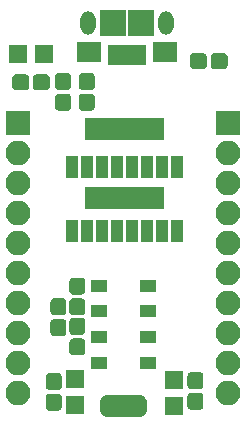
<source format=gbr>
G04 #@! TF.GenerationSoftware,KiCad,Pcbnew,(5.0.0)*
G04 #@! TF.CreationDate,2020-05-05T15:14:54+01:00*
G04 #@! TF.ProjectId,CH552-USB-Devboard,43483535322D5553422D446576626F61,rev?*
G04 #@! TF.SameCoordinates,Original*
G04 #@! TF.FileFunction,Soldermask,Top*
G04 #@! TF.FilePolarity,Negative*
%FSLAX46Y46*%
G04 Gerber Fmt 4.6, Leading zero omitted, Abs format (unit mm)*
G04 Created by KiCad (PCBNEW (5.0.0)) date 05/05/20 15:14:54*
%MOMM*%
%LPD*%
G01*
G04 APERTURE LIST*
%ADD10R,1.450000X1.050000*%
%ADD11R,0.800000X1.750000*%
%ADD12O,1.300000X2.000000*%
%ADD13R,2.000000X1.800000*%
%ADD14R,2.300000X2.300000*%
%ADD15C,0.100000*%
%ADD16C,1.350000*%
%ADD17O,2.100000X2.100000*%
%ADD18R,2.100000X2.100000*%
%ADD19R,1.000000X1.900000*%
%ADD20R,0.850000X1.850000*%
%ADD21C,0.500000*%
%ADD22R,1.400000X1.900000*%
%ADD23R,1.600000X1.600000*%
G04 APERTURE END LIST*
D10*
G04 #@! TO.C,SW2*
X83050000Y-90050000D03*
X87200000Y-90050000D03*
X83050000Y-92200000D03*
X87200000Y-92200000D03*
G04 #@! TD*
G04 #@! TO.C,SW1*
X83000000Y-94400000D03*
X87150000Y-94400000D03*
X83000000Y-96550000D03*
X87150000Y-96550000D03*
G04 #@! TD*
D11*
G04 #@! TO.C,J3*
X85400000Y-70475000D03*
X84750000Y-70475000D03*
X84100000Y-70475000D03*
X86050000Y-70475000D03*
X86700000Y-70475000D03*
D12*
X82100000Y-67800000D03*
X88700000Y-67800000D03*
D13*
X88600000Y-70250000D03*
X82200000Y-70250000D03*
D14*
X86600000Y-67800000D03*
X84200000Y-67800000D03*
G04 #@! TD*
D15*
G04 #@! TO.C,C1*
G36*
X82370581Y-72001625D02*
X82403343Y-72006485D01*
X82435471Y-72014533D01*
X82466656Y-72025691D01*
X82496596Y-72039852D01*
X82525005Y-72056879D01*
X82551608Y-72076609D01*
X82576149Y-72098851D01*
X82598391Y-72123392D01*
X82618121Y-72149995D01*
X82635148Y-72178404D01*
X82649309Y-72208344D01*
X82660467Y-72239529D01*
X82668515Y-72271657D01*
X82673375Y-72304419D01*
X82675000Y-72337500D01*
X82675000Y-73112500D01*
X82673375Y-73145581D01*
X82668515Y-73178343D01*
X82660467Y-73210471D01*
X82649309Y-73241656D01*
X82635148Y-73271596D01*
X82618121Y-73300005D01*
X82598391Y-73326608D01*
X82576149Y-73351149D01*
X82551608Y-73373391D01*
X82525005Y-73393121D01*
X82496596Y-73410148D01*
X82466656Y-73424309D01*
X82435471Y-73435467D01*
X82403343Y-73443515D01*
X82370581Y-73448375D01*
X82337500Y-73450000D01*
X81662500Y-73450000D01*
X81629419Y-73448375D01*
X81596657Y-73443515D01*
X81564529Y-73435467D01*
X81533344Y-73424309D01*
X81503404Y-73410148D01*
X81474995Y-73393121D01*
X81448392Y-73373391D01*
X81423851Y-73351149D01*
X81401609Y-73326608D01*
X81381879Y-73300005D01*
X81364852Y-73271596D01*
X81350691Y-73241656D01*
X81339533Y-73210471D01*
X81331485Y-73178343D01*
X81326625Y-73145581D01*
X81325000Y-73112500D01*
X81325000Y-72337500D01*
X81326625Y-72304419D01*
X81331485Y-72271657D01*
X81339533Y-72239529D01*
X81350691Y-72208344D01*
X81364852Y-72178404D01*
X81381879Y-72149995D01*
X81401609Y-72123392D01*
X81423851Y-72098851D01*
X81448392Y-72076609D01*
X81474995Y-72056879D01*
X81503404Y-72039852D01*
X81533344Y-72025691D01*
X81564529Y-72014533D01*
X81596657Y-72006485D01*
X81629419Y-72001625D01*
X81662500Y-72000000D01*
X82337500Y-72000000D01*
X82370581Y-72001625D01*
X82370581Y-72001625D01*
G37*
D16*
X82000000Y-72725000D03*
D15*
G36*
X82370581Y-73751625D02*
X82403343Y-73756485D01*
X82435471Y-73764533D01*
X82466656Y-73775691D01*
X82496596Y-73789852D01*
X82525005Y-73806879D01*
X82551608Y-73826609D01*
X82576149Y-73848851D01*
X82598391Y-73873392D01*
X82618121Y-73899995D01*
X82635148Y-73928404D01*
X82649309Y-73958344D01*
X82660467Y-73989529D01*
X82668515Y-74021657D01*
X82673375Y-74054419D01*
X82675000Y-74087500D01*
X82675000Y-74862500D01*
X82673375Y-74895581D01*
X82668515Y-74928343D01*
X82660467Y-74960471D01*
X82649309Y-74991656D01*
X82635148Y-75021596D01*
X82618121Y-75050005D01*
X82598391Y-75076608D01*
X82576149Y-75101149D01*
X82551608Y-75123391D01*
X82525005Y-75143121D01*
X82496596Y-75160148D01*
X82466656Y-75174309D01*
X82435471Y-75185467D01*
X82403343Y-75193515D01*
X82370581Y-75198375D01*
X82337500Y-75200000D01*
X81662500Y-75200000D01*
X81629419Y-75198375D01*
X81596657Y-75193515D01*
X81564529Y-75185467D01*
X81533344Y-75174309D01*
X81503404Y-75160148D01*
X81474995Y-75143121D01*
X81448392Y-75123391D01*
X81423851Y-75101149D01*
X81401609Y-75076608D01*
X81381879Y-75050005D01*
X81364852Y-75021596D01*
X81350691Y-74991656D01*
X81339533Y-74960471D01*
X81331485Y-74928343D01*
X81326625Y-74895581D01*
X81325000Y-74862500D01*
X81325000Y-74087500D01*
X81326625Y-74054419D01*
X81331485Y-74021657D01*
X81339533Y-73989529D01*
X81350691Y-73958344D01*
X81364852Y-73928404D01*
X81381879Y-73899995D01*
X81401609Y-73873392D01*
X81423851Y-73848851D01*
X81448392Y-73826609D01*
X81474995Y-73806879D01*
X81503404Y-73789852D01*
X81533344Y-73775691D01*
X81564529Y-73764533D01*
X81596657Y-73756485D01*
X81629419Y-73751625D01*
X81662500Y-73750000D01*
X82337500Y-73750000D01*
X82370581Y-73751625D01*
X82370581Y-73751625D01*
G37*
D16*
X82000000Y-74475000D03*
G04 #@! TD*
D15*
G04 #@! TO.C,C2*
G36*
X80370581Y-73751625D02*
X80403343Y-73756485D01*
X80435471Y-73764533D01*
X80466656Y-73775691D01*
X80496596Y-73789852D01*
X80525005Y-73806879D01*
X80551608Y-73826609D01*
X80576149Y-73848851D01*
X80598391Y-73873392D01*
X80618121Y-73899995D01*
X80635148Y-73928404D01*
X80649309Y-73958344D01*
X80660467Y-73989529D01*
X80668515Y-74021657D01*
X80673375Y-74054419D01*
X80675000Y-74087500D01*
X80675000Y-74862500D01*
X80673375Y-74895581D01*
X80668515Y-74928343D01*
X80660467Y-74960471D01*
X80649309Y-74991656D01*
X80635148Y-75021596D01*
X80618121Y-75050005D01*
X80598391Y-75076608D01*
X80576149Y-75101149D01*
X80551608Y-75123391D01*
X80525005Y-75143121D01*
X80496596Y-75160148D01*
X80466656Y-75174309D01*
X80435471Y-75185467D01*
X80403343Y-75193515D01*
X80370581Y-75198375D01*
X80337500Y-75200000D01*
X79662500Y-75200000D01*
X79629419Y-75198375D01*
X79596657Y-75193515D01*
X79564529Y-75185467D01*
X79533344Y-75174309D01*
X79503404Y-75160148D01*
X79474995Y-75143121D01*
X79448392Y-75123391D01*
X79423851Y-75101149D01*
X79401609Y-75076608D01*
X79381879Y-75050005D01*
X79364852Y-75021596D01*
X79350691Y-74991656D01*
X79339533Y-74960471D01*
X79331485Y-74928343D01*
X79326625Y-74895581D01*
X79325000Y-74862500D01*
X79325000Y-74087500D01*
X79326625Y-74054419D01*
X79331485Y-74021657D01*
X79339533Y-73989529D01*
X79350691Y-73958344D01*
X79364852Y-73928404D01*
X79381879Y-73899995D01*
X79401609Y-73873392D01*
X79423851Y-73848851D01*
X79448392Y-73826609D01*
X79474995Y-73806879D01*
X79503404Y-73789852D01*
X79533344Y-73775691D01*
X79564529Y-73764533D01*
X79596657Y-73756485D01*
X79629419Y-73751625D01*
X79662500Y-73750000D01*
X80337500Y-73750000D01*
X80370581Y-73751625D01*
X80370581Y-73751625D01*
G37*
D16*
X80000000Y-74475000D03*
D15*
G36*
X80370581Y-72001625D02*
X80403343Y-72006485D01*
X80435471Y-72014533D01*
X80466656Y-72025691D01*
X80496596Y-72039852D01*
X80525005Y-72056879D01*
X80551608Y-72076609D01*
X80576149Y-72098851D01*
X80598391Y-72123392D01*
X80618121Y-72149995D01*
X80635148Y-72178404D01*
X80649309Y-72208344D01*
X80660467Y-72239529D01*
X80668515Y-72271657D01*
X80673375Y-72304419D01*
X80675000Y-72337500D01*
X80675000Y-73112500D01*
X80673375Y-73145581D01*
X80668515Y-73178343D01*
X80660467Y-73210471D01*
X80649309Y-73241656D01*
X80635148Y-73271596D01*
X80618121Y-73300005D01*
X80598391Y-73326608D01*
X80576149Y-73351149D01*
X80551608Y-73373391D01*
X80525005Y-73393121D01*
X80496596Y-73410148D01*
X80466656Y-73424309D01*
X80435471Y-73435467D01*
X80403343Y-73443515D01*
X80370581Y-73448375D01*
X80337500Y-73450000D01*
X79662500Y-73450000D01*
X79629419Y-73448375D01*
X79596657Y-73443515D01*
X79564529Y-73435467D01*
X79533344Y-73424309D01*
X79503404Y-73410148D01*
X79474995Y-73393121D01*
X79448392Y-73373391D01*
X79423851Y-73351149D01*
X79401609Y-73326608D01*
X79381879Y-73300005D01*
X79364852Y-73271596D01*
X79350691Y-73241656D01*
X79339533Y-73210471D01*
X79331485Y-73178343D01*
X79326625Y-73145581D01*
X79325000Y-73112500D01*
X79325000Y-72337500D01*
X79326625Y-72304419D01*
X79331485Y-72271657D01*
X79339533Y-72239529D01*
X79350691Y-72208344D01*
X79364852Y-72178404D01*
X79381879Y-72149995D01*
X79401609Y-72123392D01*
X79423851Y-72098851D01*
X79448392Y-72076609D01*
X79474995Y-72056879D01*
X79503404Y-72039852D01*
X79533344Y-72025691D01*
X79564529Y-72014533D01*
X79596657Y-72006485D01*
X79629419Y-72001625D01*
X79662500Y-72000000D01*
X80337500Y-72000000D01*
X80370581Y-72001625D01*
X80370581Y-72001625D01*
G37*
D16*
X80000000Y-72725000D03*
G04 #@! TD*
D15*
G04 #@! TO.C,C3*
G36*
X79970581Y-91076625D02*
X80003343Y-91081485D01*
X80035471Y-91089533D01*
X80066656Y-91100691D01*
X80096596Y-91114852D01*
X80125005Y-91131879D01*
X80151608Y-91151609D01*
X80176149Y-91173851D01*
X80198391Y-91198392D01*
X80218121Y-91224995D01*
X80235148Y-91253404D01*
X80249309Y-91283344D01*
X80260467Y-91314529D01*
X80268515Y-91346657D01*
X80273375Y-91379419D01*
X80275000Y-91412500D01*
X80275000Y-92187500D01*
X80273375Y-92220581D01*
X80268515Y-92253343D01*
X80260467Y-92285471D01*
X80249309Y-92316656D01*
X80235148Y-92346596D01*
X80218121Y-92375005D01*
X80198391Y-92401608D01*
X80176149Y-92426149D01*
X80151608Y-92448391D01*
X80125005Y-92468121D01*
X80096596Y-92485148D01*
X80066656Y-92499309D01*
X80035471Y-92510467D01*
X80003343Y-92518515D01*
X79970581Y-92523375D01*
X79937500Y-92525000D01*
X79262500Y-92525000D01*
X79229419Y-92523375D01*
X79196657Y-92518515D01*
X79164529Y-92510467D01*
X79133344Y-92499309D01*
X79103404Y-92485148D01*
X79074995Y-92468121D01*
X79048392Y-92448391D01*
X79023851Y-92426149D01*
X79001609Y-92401608D01*
X78981879Y-92375005D01*
X78964852Y-92346596D01*
X78950691Y-92316656D01*
X78939533Y-92285471D01*
X78931485Y-92253343D01*
X78926625Y-92220581D01*
X78925000Y-92187500D01*
X78925000Y-91412500D01*
X78926625Y-91379419D01*
X78931485Y-91346657D01*
X78939533Y-91314529D01*
X78950691Y-91283344D01*
X78964852Y-91253404D01*
X78981879Y-91224995D01*
X79001609Y-91198392D01*
X79023851Y-91173851D01*
X79048392Y-91151609D01*
X79074995Y-91131879D01*
X79103404Y-91114852D01*
X79133344Y-91100691D01*
X79164529Y-91089533D01*
X79196657Y-91081485D01*
X79229419Y-91076625D01*
X79262500Y-91075000D01*
X79937500Y-91075000D01*
X79970581Y-91076625D01*
X79970581Y-91076625D01*
G37*
D16*
X79600000Y-91800000D03*
D15*
G36*
X79970581Y-92826625D02*
X80003343Y-92831485D01*
X80035471Y-92839533D01*
X80066656Y-92850691D01*
X80096596Y-92864852D01*
X80125005Y-92881879D01*
X80151608Y-92901609D01*
X80176149Y-92923851D01*
X80198391Y-92948392D01*
X80218121Y-92974995D01*
X80235148Y-93003404D01*
X80249309Y-93033344D01*
X80260467Y-93064529D01*
X80268515Y-93096657D01*
X80273375Y-93129419D01*
X80275000Y-93162500D01*
X80275000Y-93937500D01*
X80273375Y-93970581D01*
X80268515Y-94003343D01*
X80260467Y-94035471D01*
X80249309Y-94066656D01*
X80235148Y-94096596D01*
X80218121Y-94125005D01*
X80198391Y-94151608D01*
X80176149Y-94176149D01*
X80151608Y-94198391D01*
X80125005Y-94218121D01*
X80096596Y-94235148D01*
X80066656Y-94249309D01*
X80035471Y-94260467D01*
X80003343Y-94268515D01*
X79970581Y-94273375D01*
X79937500Y-94275000D01*
X79262500Y-94275000D01*
X79229419Y-94273375D01*
X79196657Y-94268515D01*
X79164529Y-94260467D01*
X79133344Y-94249309D01*
X79103404Y-94235148D01*
X79074995Y-94218121D01*
X79048392Y-94198391D01*
X79023851Y-94176149D01*
X79001609Y-94151608D01*
X78981879Y-94125005D01*
X78964852Y-94096596D01*
X78950691Y-94066656D01*
X78939533Y-94035471D01*
X78931485Y-94003343D01*
X78926625Y-93970581D01*
X78925000Y-93937500D01*
X78925000Y-93162500D01*
X78926625Y-93129419D01*
X78931485Y-93096657D01*
X78939533Y-93064529D01*
X78950691Y-93033344D01*
X78964852Y-93003404D01*
X78981879Y-92974995D01*
X79001609Y-92948392D01*
X79023851Y-92923851D01*
X79048392Y-92901609D01*
X79074995Y-92881879D01*
X79103404Y-92864852D01*
X79133344Y-92850691D01*
X79164529Y-92839533D01*
X79196657Y-92831485D01*
X79229419Y-92826625D01*
X79262500Y-92825000D01*
X79937500Y-92825000D01*
X79970581Y-92826625D01*
X79970581Y-92826625D01*
G37*
D16*
X79600000Y-93550000D03*
G04 #@! TD*
D15*
G04 #@! TO.C,C4*
G36*
X91870581Y-70326625D02*
X91903343Y-70331485D01*
X91935471Y-70339533D01*
X91966656Y-70350691D01*
X91996596Y-70364852D01*
X92025005Y-70381879D01*
X92051608Y-70401609D01*
X92076149Y-70423851D01*
X92098391Y-70448392D01*
X92118121Y-70474995D01*
X92135148Y-70503404D01*
X92149309Y-70533344D01*
X92160467Y-70564529D01*
X92168515Y-70596657D01*
X92173375Y-70629419D01*
X92175000Y-70662500D01*
X92175000Y-71337500D01*
X92173375Y-71370581D01*
X92168515Y-71403343D01*
X92160467Y-71435471D01*
X92149309Y-71466656D01*
X92135148Y-71496596D01*
X92118121Y-71525005D01*
X92098391Y-71551608D01*
X92076149Y-71576149D01*
X92051608Y-71598391D01*
X92025005Y-71618121D01*
X91996596Y-71635148D01*
X91966656Y-71649309D01*
X91935471Y-71660467D01*
X91903343Y-71668515D01*
X91870581Y-71673375D01*
X91837500Y-71675000D01*
X91062500Y-71675000D01*
X91029419Y-71673375D01*
X90996657Y-71668515D01*
X90964529Y-71660467D01*
X90933344Y-71649309D01*
X90903404Y-71635148D01*
X90874995Y-71618121D01*
X90848392Y-71598391D01*
X90823851Y-71576149D01*
X90801609Y-71551608D01*
X90781879Y-71525005D01*
X90764852Y-71496596D01*
X90750691Y-71466656D01*
X90739533Y-71435471D01*
X90731485Y-71403343D01*
X90726625Y-71370581D01*
X90725000Y-71337500D01*
X90725000Y-70662500D01*
X90726625Y-70629419D01*
X90731485Y-70596657D01*
X90739533Y-70564529D01*
X90750691Y-70533344D01*
X90764852Y-70503404D01*
X90781879Y-70474995D01*
X90801609Y-70448392D01*
X90823851Y-70423851D01*
X90848392Y-70401609D01*
X90874995Y-70381879D01*
X90903404Y-70364852D01*
X90933344Y-70350691D01*
X90964529Y-70339533D01*
X90996657Y-70331485D01*
X91029419Y-70326625D01*
X91062500Y-70325000D01*
X91837500Y-70325000D01*
X91870581Y-70326625D01*
X91870581Y-70326625D01*
G37*
D16*
X91450000Y-71000000D03*
D15*
G36*
X93620581Y-70326625D02*
X93653343Y-70331485D01*
X93685471Y-70339533D01*
X93716656Y-70350691D01*
X93746596Y-70364852D01*
X93775005Y-70381879D01*
X93801608Y-70401609D01*
X93826149Y-70423851D01*
X93848391Y-70448392D01*
X93868121Y-70474995D01*
X93885148Y-70503404D01*
X93899309Y-70533344D01*
X93910467Y-70564529D01*
X93918515Y-70596657D01*
X93923375Y-70629419D01*
X93925000Y-70662500D01*
X93925000Y-71337500D01*
X93923375Y-71370581D01*
X93918515Y-71403343D01*
X93910467Y-71435471D01*
X93899309Y-71466656D01*
X93885148Y-71496596D01*
X93868121Y-71525005D01*
X93848391Y-71551608D01*
X93826149Y-71576149D01*
X93801608Y-71598391D01*
X93775005Y-71618121D01*
X93746596Y-71635148D01*
X93716656Y-71649309D01*
X93685471Y-71660467D01*
X93653343Y-71668515D01*
X93620581Y-71673375D01*
X93587500Y-71675000D01*
X92812500Y-71675000D01*
X92779419Y-71673375D01*
X92746657Y-71668515D01*
X92714529Y-71660467D01*
X92683344Y-71649309D01*
X92653404Y-71635148D01*
X92624995Y-71618121D01*
X92598392Y-71598391D01*
X92573851Y-71576149D01*
X92551609Y-71551608D01*
X92531879Y-71525005D01*
X92514852Y-71496596D01*
X92500691Y-71466656D01*
X92489533Y-71435471D01*
X92481485Y-71403343D01*
X92476625Y-71370581D01*
X92475000Y-71337500D01*
X92475000Y-70662500D01*
X92476625Y-70629419D01*
X92481485Y-70596657D01*
X92489533Y-70564529D01*
X92500691Y-70533344D01*
X92514852Y-70503404D01*
X92531879Y-70474995D01*
X92551609Y-70448392D01*
X92573851Y-70423851D01*
X92598392Y-70401609D01*
X92624995Y-70381879D01*
X92653404Y-70364852D01*
X92683344Y-70350691D01*
X92714529Y-70339533D01*
X92746657Y-70331485D01*
X92779419Y-70326625D01*
X92812500Y-70325000D01*
X93587500Y-70325000D01*
X93620581Y-70326625D01*
X93620581Y-70326625D01*
G37*
D16*
X93200000Y-71000000D03*
G04 #@! TD*
D17*
G04 #@! TO.C,J1*
X76200000Y-99060000D03*
X76200000Y-96520000D03*
X76200000Y-93980000D03*
X76200000Y-91440000D03*
X76200000Y-88900000D03*
X76200000Y-86360000D03*
X76200000Y-83820000D03*
X76200000Y-81280000D03*
X76200000Y-78740000D03*
D18*
X76200000Y-76200000D03*
G04 #@! TD*
G04 #@! TO.C,J2*
X93980000Y-76200000D03*
D17*
X93980000Y-78740000D03*
X93980000Y-81280000D03*
X93980000Y-83820000D03*
X93980000Y-86360000D03*
X93980000Y-88900000D03*
X93980000Y-91440000D03*
X93980000Y-93980000D03*
X93980000Y-96520000D03*
X93980000Y-99060000D03*
G04 #@! TD*
D19*
G04 #@! TO.C,U2*
X80734192Y-79980020D03*
X82004192Y-79980020D03*
X83274192Y-79980020D03*
X84544192Y-79980020D03*
X85814192Y-79980020D03*
X87084192Y-79980020D03*
X88354192Y-79980020D03*
X89624192Y-79980020D03*
X89624192Y-85380020D03*
X88354192Y-85380020D03*
X87084192Y-85380020D03*
X85814192Y-85380020D03*
X84544192Y-85380020D03*
X83274192Y-85380020D03*
X82004192Y-85380020D03*
X80734192Y-85380020D03*
G04 #@! TD*
D20*
G04 #@! TO.C,U1*
X82254192Y-76730020D03*
X82904192Y-76730020D03*
X83554192Y-76730020D03*
X84204192Y-76730020D03*
X84854192Y-76730020D03*
X85504192Y-76730020D03*
X86154192Y-76730020D03*
X86804192Y-76730020D03*
X87454192Y-76730020D03*
X88104192Y-76730020D03*
X88104192Y-82630020D03*
X87454192Y-82630020D03*
X86804192Y-82630020D03*
X86154192Y-82630020D03*
X85504192Y-82630020D03*
X84854192Y-82630020D03*
X84204192Y-82630020D03*
X83554192Y-82630020D03*
X82904192Y-82630020D03*
X82254192Y-82630020D03*
G04 #@! TD*
D21*
G04 #@! TO.C,JP1*
X86400000Y-100200000D03*
D15*
G36*
X85810982Y-101146157D02*
X85773463Y-101134776D01*
X85738886Y-101116294D01*
X85708579Y-101091421D01*
X85683706Y-101061114D01*
X85665224Y-101026537D01*
X85657174Y-101000000D01*
X85500000Y-101000000D01*
X85460982Y-100996157D01*
X85423463Y-100984776D01*
X85388886Y-100966294D01*
X85358579Y-100941421D01*
X85333706Y-100911114D01*
X85315224Y-100876537D01*
X85303843Y-100839018D01*
X85300000Y-100800000D01*
X85300000Y-100400000D01*
X85303843Y-100360982D01*
X85315224Y-100323463D01*
X85333706Y-100288886D01*
X85358579Y-100258579D01*
X85388886Y-100233706D01*
X85423463Y-100215224D01*
X85460982Y-100203843D01*
X85500000Y-100200000D01*
X85460982Y-100196157D01*
X85423463Y-100184776D01*
X85388886Y-100166294D01*
X85358579Y-100141421D01*
X85333706Y-100111114D01*
X85315224Y-100076537D01*
X85303843Y-100039018D01*
X85300000Y-100000000D01*
X85300000Y-99600000D01*
X85303843Y-99560982D01*
X85315224Y-99523463D01*
X85333706Y-99488886D01*
X85358579Y-99458579D01*
X85388886Y-99433706D01*
X85423463Y-99415224D01*
X85460982Y-99403843D01*
X85500000Y-99400000D01*
X85657174Y-99400000D01*
X85665224Y-99373463D01*
X85683706Y-99338886D01*
X85708579Y-99308579D01*
X85738886Y-99283706D01*
X85773463Y-99265224D01*
X85810982Y-99253843D01*
X85850000Y-99250000D01*
X86400000Y-99250000D01*
X86406112Y-99250602D01*
X86424534Y-99250602D01*
X86444140Y-99251565D01*
X86492971Y-99256375D01*
X86512380Y-99259254D01*
X86560505Y-99268826D01*
X86579548Y-99273596D01*
X86626503Y-99287840D01*
X86644980Y-99294451D01*
X86690313Y-99313228D01*
X86708061Y-99321623D01*
X86751334Y-99344754D01*
X86768162Y-99354840D01*
X86808961Y-99382100D01*
X86824730Y-99393795D01*
X86862659Y-99424923D01*
X86877200Y-99438103D01*
X86911897Y-99472800D01*
X86925077Y-99487341D01*
X86956205Y-99525270D01*
X86967900Y-99541039D01*
X86995160Y-99581838D01*
X87005246Y-99598666D01*
X87028377Y-99641939D01*
X87036772Y-99659687D01*
X87055549Y-99705020D01*
X87062160Y-99723497D01*
X87076404Y-99770452D01*
X87081174Y-99789495D01*
X87090746Y-99837620D01*
X87093625Y-99857029D01*
X87098435Y-99905860D01*
X87099398Y-99925466D01*
X87099398Y-99943888D01*
X87100000Y-99950000D01*
X87100000Y-100450000D01*
X87099398Y-100456112D01*
X87099398Y-100474534D01*
X87098435Y-100494140D01*
X87093625Y-100542971D01*
X87090746Y-100562380D01*
X87081174Y-100610505D01*
X87076404Y-100629548D01*
X87062160Y-100676503D01*
X87055549Y-100694980D01*
X87036772Y-100740313D01*
X87028377Y-100758061D01*
X87005246Y-100801334D01*
X86995160Y-100818162D01*
X86967900Y-100858961D01*
X86956205Y-100874730D01*
X86925077Y-100912659D01*
X86911897Y-100927200D01*
X86877200Y-100961897D01*
X86862659Y-100975077D01*
X86824730Y-101006205D01*
X86808961Y-101017900D01*
X86768162Y-101045160D01*
X86751334Y-101055246D01*
X86708061Y-101078377D01*
X86690313Y-101086772D01*
X86644980Y-101105549D01*
X86626503Y-101112160D01*
X86579548Y-101126404D01*
X86560505Y-101131174D01*
X86512380Y-101140746D01*
X86492971Y-101143625D01*
X86444140Y-101148435D01*
X86424534Y-101149398D01*
X86406112Y-101149398D01*
X86400000Y-101150000D01*
X85850000Y-101150000D01*
X85810982Y-101146157D01*
X85810982Y-101146157D01*
G37*
D21*
X83800000Y-100200000D03*
D15*
G36*
X83793888Y-101149398D02*
X83775466Y-101149398D01*
X83755860Y-101148435D01*
X83707029Y-101143625D01*
X83687620Y-101140746D01*
X83639495Y-101131174D01*
X83620452Y-101126404D01*
X83573497Y-101112160D01*
X83555020Y-101105549D01*
X83509687Y-101086772D01*
X83491939Y-101078377D01*
X83448666Y-101055246D01*
X83431838Y-101045160D01*
X83391039Y-101017900D01*
X83375270Y-101006205D01*
X83337341Y-100975077D01*
X83322800Y-100961897D01*
X83288103Y-100927200D01*
X83274923Y-100912659D01*
X83243795Y-100874730D01*
X83232100Y-100858961D01*
X83204840Y-100818162D01*
X83194754Y-100801334D01*
X83171623Y-100758061D01*
X83163228Y-100740313D01*
X83144451Y-100694980D01*
X83137840Y-100676503D01*
X83123596Y-100629548D01*
X83118826Y-100610505D01*
X83109254Y-100562380D01*
X83106375Y-100542971D01*
X83101565Y-100494140D01*
X83100602Y-100474534D01*
X83100602Y-100456112D01*
X83100000Y-100450000D01*
X83100000Y-99950000D01*
X83100602Y-99943888D01*
X83100602Y-99925466D01*
X83101565Y-99905860D01*
X83106375Y-99857029D01*
X83109254Y-99837620D01*
X83118826Y-99789495D01*
X83123596Y-99770452D01*
X83137840Y-99723497D01*
X83144451Y-99705020D01*
X83163228Y-99659687D01*
X83171623Y-99641939D01*
X83194754Y-99598666D01*
X83204840Y-99581838D01*
X83232100Y-99541039D01*
X83243795Y-99525270D01*
X83274923Y-99487341D01*
X83288103Y-99472800D01*
X83322800Y-99438103D01*
X83337341Y-99424923D01*
X83375270Y-99393795D01*
X83391039Y-99382100D01*
X83431838Y-99354840D01*
X83448666Y-99344754D01*
X83491939Y-99321623D01*
X83509687Y-99313228D01*
X83555020Y-99294451D01*
X83573497Y-99287840D01*
X83620452Y-99273596D01*
X83639495Y-99268826D01*
X83687620Y-99259254D01*
X83707029Y-99256375D01*
X83755860Y-99251565D01*
X83775466Y-99250602D01*
X83793888Y-99250602D01*
X83800000Y-99250000D01*
X84350000Y-99250000D01*
X84389018Y-99253843D01*
X84426537Y-99265224D01*
X84461114Y-99283706D01*
X84491421Y-99308579D01*
X84516294Y-99338886D01*
X84534776Y-99373463D01*
X84546157Y-99410982D01*
X84550000Y-99450000D01*
X84550000Y-100950000D01*
X84546157Y-100989018D01*
X84534776Y-101026537D01*
X84516294Y-101061114D01*
X84491421Y-101091421D01*
X84461114Y-101116294D01*
X84426537Y-101134776D01*
X84389018Y-101146157D01*
X84350000Y-101150000D01*
X83800000Y-101150000D01*
X83793888Y-101149398D01*
X83793888Y-101149398D01*
G37*
D22*
X85100000Y-100200000D03*
G04 #@! TD*
D23*
G04 #@! TO.C,D3*
X78400000Y-70400000D03*
X76200000Y-70400000D03*
G04 #@! TD*
G04 #@! TO.C,D2*
X89400000Y-98000000D03*
X89400000Y-100200000D03*
G04 #@! TD*
G04 #@! TO.C,D1*
X81000000Y-100100000D03*
X81000000Y-97900000D03*
G04 #@! TD*
D15*
G04 #@! TO.C,R4*
G36*
X91570581Y-99076625D02*
X91603343Y-99081485D01*
X91635471Y-99089533D01*
X91666656Y-99100691D01*
X91696596Y-99114852D01*
X91725005Y-99131879D01*
X91751608Y-99151609D01*
X91776149Y-99173851D01*
X91798391Y-99198392D01*
X91818121Y-99224995D01*
X91835148Y-99253404D01*
X91849309Y-99283344D01*
X91860467Y-99314529D01*
X91868515Y-99346657D01*
X91873375Y-99379419D01*
X91875000Y-99412500D01*
X91875000Y-100187500D01*
X91873375Y-100220581D01*
X91868515Y-100253343D01*
X91860467Y-100285471D01*
X91849309Y-100316656D01*
X91835148Y-100346596D01*
X91818121Y-100375005D01*
X91798391Y-100401608D01*
X91776149Y-100426149D01*
X91751608Y-100448391D01*
X91725005Y-100468121D01*
X91696596Y-100485148D01*
X91666656Y-100499309D01*
X91635471Y-100510467D01*
X91603343Y-100518515D01*
X91570581Y-100523375D01*
X91537500Y-100525000D01*
X90862500Y-100525000D01*
X90829419Y-100523375D01*
X90796657Y-100518515D01*
X90764529Y-100510467D01*
X90733344Y-100499309D01*
X90703404Y-100485148D01*
X90674995Y-100468121D01*
X90648392Y-100448391D01*
X90623851Y-100426149D01*
X90601609Y-100401608D01*
X90581879Y-100375005D01*
X90564852Y-100346596D01*
X90550691Y-100316656D01*
X90539533Y-100285471D01*
X90531485Y-100253343D01*
X90526625Y-100220581D01*
X90525000Y-100187500D01*
X90525000Y-99412500D01*
X90526625Y-99379419D01*
X90531485Y-99346657D01*
X90539533Y-99314529D01*
X90550691Y-99283344D01*
X90564852Y-99253404D01*
X90581879Y-99224995D01*
X90601609Y-99198392D01*
X90623851Y-99173851D01*
X90648392Y-99151609D01*
X90674995Y-99131879D01*
X90703404Y-99114852D01*
X90733344Y-99100691D01*
X90764529Y-99089533D01*
X90796657Y-99081485D01*
X90829419Y-99076625D01*
X90862500Y-99075000D01*
X91537500Y-99075000D01*
X91570581Y-99076625D01*
X91570581Y-99076625D01*
G37*
D16*
X91200000Y-99800000D03*
D15*
G36*
X91570581Y-97326625D02*
X91603343Y-97331485D01*
X91635471Y-97339533D01*
X91666656Y-97350691D01*
X91696596Y-97364852D01*
X91725005Y-97381879D01*
X91751608Y-97401609D01*
X91776149Y-97423851D01*
X91798391Y-97448392D01*
X91818121Y-97474995D01*
X91835148Y-97503404D01*
X91849309Y-97533344D01*
X91860467Y-97564529D01*
X91868515Y-97596657D01*
X91873375Y-97629419D01*
X91875000Y-97662500D01*
X91875000Y-98437500D01*
X91873375Y-98470581D01*
X91868515Y-98503343D01*
X91860467Y-98535471D01*
X91849309Y-98566656D01*
X91835148Y-98596596D01*
X91818121Y-98625005D01*
X91798391Y-98651608D01*
X91776149Y-98676149D01*
X91751608Y-98698391D01*
X91725005Y-98718121D01*
X91696596Y-98735148D01*
X91666656Y-98749309D01*
X91635471Y-98760467D01*
X91603343Y-98768515D01*
X91570581Y-98773375D01*
X91537500Y-98775000D01*
X90862500Y-98775000D01*
X90829419Y-98773375D01*
X90796657Y-98768515D01*
X90764529Y-98760467D01*
X90733344Y-98749309D01*
X90703404Y-98735148D01*
X90674995Y-98718121D01*
X90648392Y-98698391D01*
X90623851Y-98676149D01*
X90601609Y-98651608D01*
X90581879Y-98625005D01*
X90564852Y-98596596D01*
X90550691Y-98566656D01*
X90539533Y-98535471D01*
X90531485Y-98503343D01*
X90526625Y-98470581D01*
X90525000Y-98437500D01*
X90525000Y-97662500D01*
X90526625Y-97629419D01*
X90531485Y-97596657D01*
X90539533Y-97564529D01*
X90550691Y-97533344D01*
X90564852Y-97503404D01*
X90581879Y-97474995D01*
X90601609Y-97448392D01*
X90623851Y-97423851D01*
X90648392Y-97401609D01*
X90674995Y-97381879D01*
X90703404Y-97364852D01*
X90733344Y-97350691D01*
X90764529Y-97339533D01*
X90796657Y-97331485D01*
X90829419Y-97326625D01*
X90862500Y-97325000D01*
X91537500Y-97325000D01*
X91570581Y-97326625D01*
X91570581Y-97326625D01*
G37*
D16*
X91200000Y-98050000D03*
G04 #@! TD*
D15*
G04 #@! TO.C,R5*
G36*
X78570581Y-72126625D02*
X78603343Y-72131485D01*
X78635471Y-72139533D01*
X78666656Y-72150691D01*
X78696596Y-72164852D01*
X78725005Y-72181879D01*
X78751608Y-72201609D01*
X78776149Y-72223851D01*
X78798391Y-72248392D01*
X78818121Y-72274995D01*
X78835148Y-72303404D01*
X78849309Y-72333344D01*
X78860467Y-72364529D01*
X78868515Y-72396657D01*
X78873375Y-72429419D01*
X78875000Y-72462500D01*
X78875000Y-73137500D01*
X78873375Y-73170581D01*
X78868515Y-73203343D01*
X78860467Y-73235471D01*
X78849309Y-73266656D01*
X78835148Y-73296596D01*
X78818121Y-73325005D01*
X78798391Y-73351608D01*
X78776149Y-73376149D01*
X78751608Y-73398391D01*
X78725005Y-73418121D01*
X78696596Y-73435148D01*
X78666656Y-73449309D01*
X78635471Y-73460467D01*
X78603343Y-73468515D01*
X78570581Y-73473375D01*
X78537500Y-73475000D01*
X77762500Y-73475000D01*
X77729419Y-73473375D01*
X77696657Y-73468515D01*
X77664529Y-73460467D01*
X77633344Y-73449309D01*
X77603404Y-73435148D01*
X77574995Y-73418121D01*
X77548392Y-73398391D01*
X77523851Y-73376149D01*
X77501609Y-73351608D01*
X77481879Y-73325005D01*
X77464852Y-73296596D01*
X77450691Y-73266656D01*
X77439533Y-73235471D01*
X77431485Y-73203343D01*
X77426625Y-73170581D01*
X77425000Y-73137500D01*
X77425000Y-72462500D01*
X77426625Y-72429419D01*
X77431485Y-72396657D01*
X77439533Y-72364529D01*
X77450691Y-72333344D01*
X77464852Y-72303404D01*
X77481879Y-72274995D01*
X77501609Y-72248392D01*
X77523851Y-72223851D01*
X77548392Y-72201609D01*
X77574995Y-72181879D01*
X77603404Y-72164852D01*
X77633344Y-72150691D01*
X77664529Y-72139533D01*
X77696657Y-72131485D01*
X77729419Y-72126625D01*
X77762500Y-72125000D01*
X78537500Y-72125000D01*
X78570581Y-72126625D01*
X78570581Y-72126625D01*
G37*
D16*
X78150000Y-72800000D03*
D15*
G36*
X76820581Y-72126625D02*
X76853343Y-72131485D01*
X76885471Y-72139533D01*
X76916656Y-72150691D01*
X76946596Y-72164852D01*
X76975005Y-72181879D01*
X77001608Y-72201609D01*
X77026149Y-72223851D01*
X77048391Y-72248392D01*
X77068121Y-72274995D01*
X77085148Y-72303404D01*
X77099309Y-72333344D01*
X77110467Y-72364529D01*
X77118515Y-72396657D01*
X77123375Y-72429419D01*
X77125000Y-72462500D01*
X77125000Y-73137500D01*
X77123375Y-73170581D01*
X77118515Y-73203343D01*
X77110467Y-73235471D01*
X77099309Y-73266656D01*
X77085148Y-73296596D01*
X77068121Y-73325005D01*
X77048391Y-73351608D01*
X77026149Y-73376149D01*
X77001608Y-73398391D01*
X76975005Y-73418121D01*
X76946596Y-73435148D01*
X76916656Y-73449309D01*
X76885471Y-73460467D01*
X76853343Y-73468515D01*
X76820581Y-73473375D01*
X76787500Y-73475000D01*
X76012500Y-73475000D01*
X75979419Y-73473375D01*
X75946657Y-73468515D01*
X75914529Y-73460467D01*
X75883344Y-73449309D01*
X75853404Y-73435148D01*
X75824995Y-73418121D01*
X75798392Y-73398391D01*
X75773851Y-73376149D01*
X75751609Y-73351608D01*
X75731879Y-73325005D01*
X75714852Y-73296596D01*
X75700691Y-73266656D01*
X75689533Y-73235471D01*
X75681485Y-73203343D01*
X75676625Y-73170581D01*
X75675000Y-73137500D01*
X75675000Y-72462500D01*
X75676625Y-72429419D01*
X75681485Y-72396657D01*
X75689533Y-72364529D01*
X75700691Y-72333344D01*
X75714852Y-72303404D01*
X75731879Y-72274995D01*
X75751609Y-72248392D01*
X75773851Y-72223851D01*
X75798392Y-72201609D01*
X75824995Y-72181879D01*
X75853404Y-72164852D01*
X75883344Y-72150691D01*
X75914529Y-72139533D01*
X75946657Y-72131485D01*
X75979419Y-72126625D01*
X76012500Y-72125000D01*
X76787500Y-72125000D01*
X76820581Y-72126625D01*
X76820581Y-72126625D01*
G37*
D16*
X76400000Y-72800000D03*
G04 #@! TD*
D15*
G04 #@! TO.C,R1*
G36*
X81570581Y-94476625D02*
X81603343Y-94481485D01*
X81635471Y-94489533D01*
X81666656Y-94500691D01*
X81696596Y-94514852D01*
X81725005Y-94531879D01*
X81751608Y-94551609D01*
X81776149Y-94573851D01*
X81798391Y-94598392D01*
X81818121Y-94624995D01*
X81835148Y-94653404D01*
X81849309Y-94683344D01*
X81860467Y-94714529D01*
X81868515Y-94746657D01*
X81873375Y-94779419D01*
X81875000Y-94812500D01*
X81875000Y-95587500D01*
X81873375Y-95620581D01*
X81868515Y-95653343D01*
X81860467Y-95685471D01*
X81849309Y-95716656D01*
X81835148Y-95746596D01*
X81818121Y-95775005D01*
X81798391Y-95801608D01*
X81776149Y-95826149D01*
X81751608Y-95848391D01*
X81725005Y-95868121D01*
X81696596Y-95885148D01*
X81666656Y-95899309D01*
X81635471Y-95910467D01*
X81603343Y-95918515D01*
X81570581Y-95923375D01*
X81537500Y-95925000D01*
X80862500Y-95925000D01*
X80829419Y-95923375D01*
X80796657Y-95918515D01*
X80764529Y-95910467D01*
X80733344Y-95899309D01*
X80703404Y-95885148D01*
X80674995Y-95868121D01*
X80648392Y-95848391D01*
X80623851Y-95826149D01*
X80601609Y-95801608D01*
X80581879Y-95775005D01*
X80564852Y-95746596D01*
X80550691Y-95716656D01*
X80539533Y-95685471D01*
X80531485Y-95653343D01*
X80526625Y-95620581D01*
X80525000Y-95587500D01*
X80525000Y-94812500D01*
X80526625Y-94779419D01*
X80531485Y-94746657D01*
X80539533Y-94714529D01*
X80550691Y-94683344D01*
X80564852Y-94653404D01*
X80581879Y-94624995D01*
X80601609Y-94598392D01*
X80623851Y-94573851D01*
X80648392Y-94551609D01*
X80674995Y-94531879D01*
X80703404Y-94514852D01*
X80733344Y-94500691D01*
X80764529Y-94489533D01*
X80796657Y-94481485D01*
X80829419Y-94476625D01*
X80862500Y-94475000D01*
X81537500Y-94475000D01*
X81570581Y-94476625D01*
X81570581Y-94476625D01*
G37*
D16*
X81200000Y-95200000D03*
D15*
G36*
X81570581Y-92726625D02*
X81603343Y-92731485D01*
X81635471Y-92739533D01*
X81666656Y-92750691D01*
X81696596Y-92764852D01*
X81725005Y-92781879D01*
X81751608Y-92801609D01*
X81776149Y-92823851D01*
X81798391Y-92848392D01*
X81818121Y-92874995D01*
X81835148Y-92903404D01*
X81849309Y-92933344D01*
X81860467Y-92964529D01*
X81868515Y-92996657D01*
X81873375Y-93029419D01*
X81875000Y-93062500D01*
X81875000Y-93837500D01*
X81873375Y-93870581D01*
X81868515Y-93903343D01*
X81860467Y-93935471D01*
X81849309Y-93966656D01*
X81835148Y-93996596D01*
X81818121Y-94025005D01*
X81798391Y-94051608D01*
X81776149Y-94076149D01*
X81751608Y-94098391D01*
X81725005Y-94118121D01*
X81696596Y-94135148D01*
X81666656Y-94149309D01*
X81635471Y-94160467D01*
X81603343Y-94168515D01*
X81570581Y-94173375D01*
X81537500Y-94175000D01*
X80862500Y-94175000D01*
X80829419Y-94173375D01*
X80796657Y-94168515D01*
X80764529Y-94160467D01*
X80733344Y-94149309D01*
X80703404Y-94135148D01*
X80674995Y-94118121D01*
X80648392Y-94098391D01*
X80623851Y-94076149D01*
X80601609Y-94051608D01*
X80581879Y-94025005D01*
X80564852Y-93996596D01*
X80550691Y-93966656D01*
X80539533Y-93935471D01*
X80531485Y-93903343D01*
X80526625Y-93870581D01*
X80525000Y-93837500D01*
X80525000Y-93062500D01*
X80526625Y-93029419D01*
X80531485Y-92996657D01*
X80539533Y-92964529D01*
X80550691Y-92933344D01*
X80564852Y-92903404D01*
X80581879Y-92874995D01*
X80601609Y-92848392D01*
X80623851Y-92823851D01*
X80648392Y-92801609D01*
X80674995Y-92781879D01*
X80703404Y-92764852D01*
X80733344Y-92750691D01*
X80764529Y-92739533D01*
X80796657Y-92731485D01*
X80829419Y-92726625D01*
X80862500Y-92725000D01*
X81537500Y-92725000D01*
X81570581Y-92726625D01*
X81570581Y-92726625D01*
G37*
D16*
X81200000Y-93450000D03*
G04 #@! TD*
D15*
G04 #@! TO.C,R2*
G36*
X81570581Y-91076625D02*
X81603343Y-91081485D01*
X81635471Y-91089533D01*
X81666656Y-91100691D01*
X81696596Y-91114852D01*
X81725005Y-91131879D01*
X81751608Y-91151609D01*
X81776149Y-91173851D01*
X81798391Y-91198392D01*
X81818121Y-91224995D01*
X81835148Y-91253404D01*
X81849309Y-91283344D01*
X81860467Y-91314529D01*
X81868515Y-91346657D01*
X81873375Y-91379419D01*
X81875000Y-91412500D01*
X81875000Y-92187500D01*
X81873375Y-92220581D01*
X81868515Y-92253343D01*
X81860467Y-92285471D01*
X81849309Y-92316656D01*
X81835148Y-92346596D01*
X81818121Y-92375005D01*
X81798391Y-92401608D01*
X81776149Y-92426149D01*
X81751608Y-92448391D01*
X81725005Y-92468121D01*
X81696596Y-92485148D01*
X81666656Y-92499309D01*
X81635471Y-92510467D01*
X81603343Y-92518515D01*
X81570581Y-92523375D01*
X81537500Y-92525000D01*
X80862500Y-92525000D01*
X80829419Y-92523375D01*
X80796657Y-92518515D01*
X80764529Y-92510467D01*
X80733344Y-92499309D01*
X80703404Y-92485148D01*
X80674995Y-92468121D01*
X80648392Y-92448391D01*
X80623851Y-92426149D01*
X80601609Y-92401608D01*
X80581879Y-92375005D01*
X80564852Y-92346596D01*
X80550691Y-92316656D01*
X80539533Y-92285471D01*
X80531485Y-92253343D01*
X80526625Y-92220581D01*
X80525000Y-92187500D01*
X80525000Y-91412500D01*
X80526625Y-91379419D01*
X80531485Y-91346657D01*
X80539533Y-91314529D01*
X80550691Y-91283344D01*
X80564852Y-91253404D01*
X80581879Y-91224995D01*
X80601609Y-91198392D01*
X80623851Y-91173851D01*
X80648392Y-91151609D01*
X80674995Y-91131879D01*
X80703404Y-91114852D01*
X80733344Y-91100691D01*
X80764529Y-91089533D01*
X80796657Y-91081485D01*
X80829419Y-91076625D01*
X80862500Y-91075000D01*
X81537500Y-91075000D01*
X81570581Y-91076625D01*
X81570581Y-91076625D01*
G37*
D16*
X81200000Y-91800000D03*
D15*
G36*
X81570581Y-89326625D02*
X81603343Y-89331485D01*
X81635471Y-89339533D01*
X81666656Y-89350691D01*
X81696596Y-89364852D01*
X81725005Y-89381879D01*
X81751608Y-89401609D01*
X81776149Y-89423851D01*
X81798391Y-89448392D01*
X81818121Y-89474995D01*
X81835148Y-89503404D01*
X81849309Y-89533344D01*
X81860467Y-89564529D01*
X81868515Y-89596657D01*
X81873375Y-89629419D01*
X81875000Y-89662500D01*
X81875000Y-90437500D01*
X81873375Y-90470581D01*
X81868515Y-90503343D01*
X81860467Y-90535471D01*
X81849309Y-90566656D01*
X81835148Y-90596596D01*
X81818121Y-90625005D01*
X81798391Y-90651608D01*
X81776149Y-90676149D01*
X81751608Y-90698391D01*
X81725005Y-90718121D01*
X81696596Y-90735148D01*
X81666656Y-90749309D01*
X81635471Y-90760467D01*
X81603343Y-90768515D01*
X81570581Y-90773375D01*
X81537500Y-90775000D01*
X80862500Y-90775000D01*
X80829419Y-90773375D01*
X80796657Y-90768515D01*
X80764529Y-90760467D01*
X80733344Y-90749309D01*
X80703404Y-90735148D01*
X80674995Y-90718121D01*
X80648392Y-90698391D01*
X80623851Y-90676149D01*
X80601609Y-90651608D01*
X80581879Y-90625005D01*
X80564852Y-90596596D01*
X80550691Y-90566656D01*
X80539533Y-90535471D01*
X80531485Y-90503343D01*
X80526625Y-90470581D01*
X80525000Y-90437500D01*
X80525000Y-89662500D01*
X80526625Y-89629419D01*
X80531485Y-89596657D01*
X80539533Y-89564529D01*
X80550691Y-89533344D01*
X80564852Y-89503404D01*
X80581879Y-89474995D01*
X80601609Y-89448392D01*
X80623851Y-89423851D01*
X80648392Y-89401609D01*
X80674995Y-89381879D01*
X80703404Y-89364852D01*
X80733344Y-89350691D01*
X80764529Y-89339533D01*
X80796657Y-89331485D01*
X80829419Y-89326625D01*
X80862500Y-89325000D01*
X81537500Y-89325000D01*
X81570581Y-89326625D01*
X81570581Y-89326625D01*
G37*
D16*
X81200000Y-90050000D03*
G04 #@! TD*
D15*
G04 #@! TO.C,R3*
G36*
X79570581Y-99151625D02*
X79603343Y-99156485D01*
X79635471Y-99164533D01*
X79666656Y-99175691D01*
X79696596Y-99189852D01*
X79725005Y-99206879D01*
X79751608Y-99226609D01*
X79776149Y-99248851D01*
X79798391Y-99273392D01*
X79818121Y-99299995D01*
X79835148Y-99328404D01*
X79849309Y-99358344D01*
X79860467Y-99389529D01*
X79868515Y-99421657D01*
X79873375Y-99454419D01*
X79875000Y-99487500D01*
X79875000Y-100262500D01*
X79873375Y-100295581D01*
X79868515Y-100328343D01*
X79860467Y-100360471D01*
X79849309Y-100391656D01*
X79835148Y-100421596D01*
X79818121Y-100450005D01*
X79798391Y-100476608D01*
X79776149Y-100501149D01*
X79751608Y-100523391D01*
X79725005Y-100543121D01*
X79696596Y-100560148D01*
X79666656Y-100574309D01*
X79635471Y-100585467D01*
X79603343Y-100593515D01*
X79570581Y-100598375D01*
X79537500Y-100600000D01*
X78862500Y-100600000D01*
X78829419Y-100598375D01*
X78796657Y-100593515D01*
X78764529Y-100585467D01*
X78733344Y-100574309D01*
X78703404Y-100560148D01*
X78674995Y-100543121D01*
X78648392Y-100523391D01*
X78623851Y-100501149D01*
X78601609Y-100476608D01*
X78581879Y-100450005D01*
X78564852Y-100421596D01*
X78550691Y-100391656D01*
X78539533Y-100360471D01*
X78531485Y-100328343D01*
X78526625Y-100295581D01*
X78525000Y-100262500D01*
X78525000Y-99487500D01*
X78526625Y-99454419D01*
X78531485Y-99421657D01*
X78539533Y-99389529D01*
X78550691Y-99358344D01*
X78564852Y-99328404D01*
X78581879Y-99299995D01*
X78601609Y-99273392D01*
X78623851Y-99248851D01*
X78648392Y-99226609D01*
X78674995Y-99206879D01*
X78703404Y-99189852D01*
X78733344Y-99175691D01*
X78764529Y-99164533D01*
X78796657Y-99156485D01*
X78829419Y-99151625D01*
X78862500Y-99150000D01*
X79537500Y-99150000D01*
X79570581Y-99151625D01*
X79570581Y-99151625D01*
G37*
D16*
X79200000Y-99875000D03*
D15*
G36*
X79570581Y-97401625D02*
X79603343Y-97406485D01*
X79635471Y-97414533D01*
X79666656Y-97425691D01*
X79696596Y-97439852D01*
X79725005Y-97456879D01*
X79751608Y-97476609D01*
X79776149Y-97498851D01*
X79798391Y-97523392D01*
X79818121Y-97549995D01*
X79835148Y-97578404D01*
X79849309Y-97608344D01*
X79860467Y-97639529D01*
X79868515Y-97671657D01*
X79873375Y-97704419D01*
X79875000Y-97737500D01*
X79875000Y-98512500D01*
X79873375Y-98545581D01*
X79868515Y-98578343D01*
X79860467Y-98610471D01*
X79849309Y-98641656D01*
X79835148Y-98671596D01*
X79818121Y-98700005D01*
X79798391Y-98726608D01*
X79776149Y-98751149D01*
X79751608Y-98773391D01*
X79725005Y-98793121D01*
X79696596Y-98810148D01*
X79666656Y-98824309D01*
X79635471Y-98835467D01*
X79603343Y-98843515D01*
X79570581Y-98848375D01*
X79537500Y-98850000D01*
X78862500Y-98850000D01*
X78829419Y-98848375D01*
X78796657Y-98843515D01*
X78764529Y-98835467D01*
X78733344Y-98824309D01*
X78703404Y-98810148D01*
X78674995Y-98793121D01*
X78648392Y-98773391D01*
X78623851Y-98751149D01*
X78601609Y-98726608D01*
X78581879Y-98700005D01*
X78564852Y-98671596D01*
X78550691Y-98641656D01*
X78539533Y-98610471D01*
X78531485Y-98578343D01*
X78526625Y-98545581D01*
X78525000Y-98512500D01*
X78525000Y-97737500D01*
X78526625Y-97704419D01*
X78531485Y-97671657D01*
X78539533Y-97639529D01*
X78550691Y-97608344D01*
X78564852Y-97578404D01*
X78581879Y-97549995D01*
X78601609Y-97523392D01*
X78623851Y-97498851D01*
X78648392Y-97476609D01*
X78674995Y-97456879D01*
X78703404Y-97439852D01*
X78733344Y-97425691D01*
X78764529Y-97414533D01*
X78796657Y-97406485D01*
X78829419Y-97401625D01*
X78862500Y-97400000D01*
X79537500Y-97400000D01*
X79570581Y-97401625D01*
X79570581Y-97401625D01*
G37*
D16*
X79200000Y-98125000D03*
G04 #@! TD*
M02*

</source>
